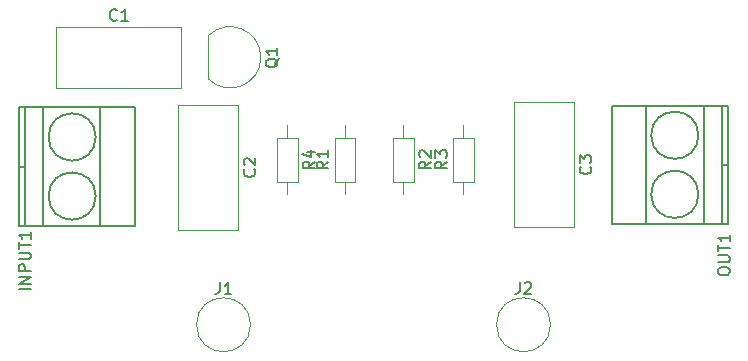
<source format=gbr>
G04 #@! TF.FileFunction,Legend,Top*
%FSLAX46Y46*%
G04 Gerber Fmt 4.6, Leading zero omitted, Abs format (unit mm)*
G04 Created by KiCad (PCBNEW 4.0.6) date 05/20/17 00:50:32*
%MOMM*%
%LPD*%
G01*
G04 APERTURE LIST*
%ADD10C,0.100000*%
%ADD11C,0.120000*%
%ADD12C,0.150000*%
G04 APERTURE END LIST*
D10*
D11*
X157226000Y-104140000D02*
G75*
G03X157226000Y-104140000I-2286000J0D01*
G01*
D12*
X112725000Y-90750000D02*
X112225000Y-90750000D01*
X118725000Y-93250000D02*
G75*
G03X118725000Y-93250000I-2000000J0D01*
G01*
X118725000Y-88250000D02*
G75*
G03X118725000Y-88250000I-2000000J0D01*
G01*
X114225000Y-85750000D02*
X114225000Y-95750000D01*
X119125000Y-85750000D02*
X119125000Y-95750000D01*
X112725000Y-85750000D02*
X112725000Y-95750000D01*
X112225000Y-85750000D02*
X112225000Y-95750000D01*
X112225000Y-95750000D02*
X122025000Y-95750000D01*
X122025000Y-95750000D02*
X122025000Y-85750000D01*
X122025000Y-85750000D02*
X112225000Y-85750000D01*
X171750000Y-90600000D02*
X172250000Y-90600000D01*
X169750000Y-88100000D02*
G75*
G03X169750000Y-88100000I-2000000J0D01*
G01*
X169750000Y-93100000D02*
G75*
G03X169750000Y-93100000I-2000000J0D01*
G01*
X170250000Y-95600000D02*
X170250000Y-85600000D01*
X165350000Y-95600000D02*
X165350000Y-85600000D01*
X171750000Y-95600000D02*
X171750000Y-85600000D01*
X172250000Y-95600000D02*
X172250000Y-85600000D01*
X172250000Y-85600000D02*
X162450000Y-85600000D01*
X162450000Y-85600000D02*
X162450000Y-95600000D01*
X162450000Y-95600000D02*
X172250000Y-95600000D01*
D11*
X128250000Y-79705000D02*
X128250000Y-83305000D01*
X128261522Y-79666522D02*
G75*
G02X132700000Y-81505000I1838478J-1838478D01*
G01*
X128261522Y-83343478D02*
G75*
G03X132700000Y-81505000I1838478J1838478D01*
G01*
X145640000Y-88310000D02*
X143920000Y-88310000D01*
X143920000Y-88310000D02*
X143920000Y-92030000D01*
X143920000Y-92030000D02*
X145640000Y-92030000D01*
X145640000Y-92030000D02*
X145640000Y-88310000D01*
X144780000Y-87240000D02*
X144780000Y-88310000D01*
X144780000Y-93100000D02*
X144780000Y-92030000D01*
X149000000Y-92030000D02*
X150720000Y-92030000D01*
X150720000Y-92030000D02*
X150720000Y-88310000D01*
X150720000Y-88310000D02*
X149000000Y-88310000D01*
X149000000Y-88310000D02*
X149000000Y-92030000D01*
X149860000Y-93100000D02*
X149860000Y-92030000D01*
X149860000Y-87240000D02*
X149860000Y-88310000D01*
X135810000Y-88310000D02*
X134090000Y-88310000D01*
X134090000Y-88310000D02*
X134090000Y-92030000D01*
X134090000Y-92030000D02*
X135810000Y-92030000D01*
X135810000Y-92030000D02*
X135810000Y-88310000D01*
X134950000Y-87240000D02*
X134950000Y-88310000D01*
X134950000Y-93100000D02*
X134950000Y-92030000D01*
X138965000Y-92030000D02*
X140685000Y-92030000D01*
X140685000Y-92030000D02*
X140685000Y-88310000D01*
X140685000Y-88310000D02*
X138965000Y-88310000D01*
X138965000Y-88310000D02*
X138965000Y-92030000D01*
X139825000Y-93100000D02*
X139825000Y-92030000D01*
X139825000Y-87240000D02*
X139825000Y-88310000D01*
X131826000Y-104140000D02*
G75*
G03X131826000Y-104140000I-2286000J0D01*
G01*
X115365000Y-78965000D02*
X125985000Y-78965000D01*
X115365000Y-84085000D02*
X125985000Y-84085000D01*
X115365000Y-78965000D02*
X115365000Y-84085000D01*
X125985000Y-78965000D02*
X125985000Y-84085000D01*
X130785000Y-85515000D02*
X130785000Y-96135000D01*
X125665000Y-85515000D02*
X125665000Y-96135000D01*
X130785000Y-85515000D02*
X125665000Y-85515000D01*
X130785000Y-96135000D02*
X125665000Y-96135000D01*
X159235000Y-85290000D02*
X159235000Y-95910000D01*
X154115000Y-85290000D02*
X154115000Y-95910000D01*
X159235000Y-85290000D02*
X154115000Y-85290000D01*
X159235000Y-95910000D02*
X154115000Y-95910000D01*
D12*
X154606667Y-100544381D02*
X154606667Y-101258667D01*
X154559047Y-101401524D01*
X154463809Y-101496762D01*
X154320952Y-101544381D01*
X154225714Y-101544381D01*
X155035238Y-100639619D02*
X155082857Y-100592000D01*
X155178095Y-100544381D01*
X155416191Y-100544381D01*
X155511429Y-100592000D01*
X155559048Y-100639619D01*
X155606667Y-100734857D01*
X155606667Y-100830095D01*
X155559048Y-100972952D01*
X154987619Y-101544381D01*
X155606667Y-101544381D01*
X113202381Y-101129762D02*
X112202381Y-101129762D01*
X113202381Y-100653572D02*
X112202381Y-100653572D01*
X113202381Y-100082143D01*
X112202381Y-100082143D01*
X113202381Y-99605953D02*
X112202381Y-99605953D01*
X112202381Y-99225000D01*
X112250000Y-99129762D01*
X112297619Y-99082143D01*
X112392857Y-99034524D01*
X112535714Y-99034524D01*
X112630952Y-99082143D01*
X112678571Y-99129762D01*
X112726190Y-99225000D01*
X112726190Y-99605953D01*
X112202381Y-98605953D02*
X113011905Y-98605953D01*
X113107143Y-98558334D01*
X113154762Y-98510715D01*
X113202381Y-98415477D01*
X113202381Y-98225000D01*
X113154762Y-98129762D01*
X113107143Y-98082143D01*
X113011905Y-98034524D01*
X112202381Y-98034524D01*
X112202381Y-97701191D02*
X112202381Y-97129762D01*
X113202381Y-97415477D02*
X112202381Y-97415477D01*
X113202381Y-96272619D02*
X113202381Y-96844048D01*
X113202381Y-96558334D02*
X112202381Y-96558334D01*
X112345238Y-96653572D01*
X112440476Y-96748810D01*
X112488095Y-96844048D01*
X171402381Y-99701191D02*
X171402381Y-99510714D01*
X171450000Y-99415476D01*
X171545238Y-99320238D01*
X171735714Y-99272619D01*
X172069048Y-99272619D01*
X172259524Y-99320238D01*
X172354762Y-99415476D01*
X172402381Y-99510714D01*
X172402381Y-99701191D01*
X172354762Y-99796429D01*
X172259524Y-99891667D01*
X172069048Y-99939286D01*
X171735714Y-99939286D01*
X171545238Y-99891667D01*
X171450000Y-99796429D01*
X171402381Y-99701191D01*
X171402381Y-98844048D02*
X172211905Y-98844048D01*
X172307143Y-98796429D01*
X172354762Y-98748810D01*
X172402381Y-98653572D01*
X172402381Y-98463095D01*
X172354762Y-98367857D01*
X172307143Y-98320238D01*
X172211905Y-98272619D01*
X171402381Y-98272619D01*
X171402381Y-97939286D02*
X171402381Y-97367857D01*
X172402381Y-97653572D02*
X171402381Y-97653572D01*
X172402381Y-96510714D02*
X172402381Y-97082143D01*
X172402381Y-96796429D02*
X171402381Y-96796429D01*
X171545238Y-96891667D01*
X171640476Y-96986905D01*
X171688095Y-97082143D01*
X134207619Y-81600238D02*
X134160000Y-81695476D01*
X134064762Y-81790714D01*
X133921905Y-81933571D01*
X133874286Y-82028810D01*
X133874286Y-82124048D01*
X134112381Y-82076429D02*
X134064762Y-82171667D01*
X133969524Y-82266905D01*
X133779048Y-82314524D01*
X133445714Y-82314524D01*
X133255238Y-82266905D01*
X133160000Y-82171667D01*
X133112381Y-82076429D01*
X133112381Y-81885952D01*
X133160000Y-81790714D01*
X133255238Y-81695476D01*
X133445714Y-81647857D01*
X133779048Y-81647857D01*
X133969524Y-81695476D01*
X134064762Y-81790714D01*
X134112381Y-81885952D01*
X134112381Y-82076429D01*
X134112381Y-80695476D02*
X134112381Y-81266905D01*
X134112381Y-80981191D02*
X133112381Y-80981191D01*
X133255238Y-81076429D01*
X133350476Y-81171667D01*
X133398095Y-81266905D01*
X147092381Y-90336666D02*
X146616190Y-90670000D01*
X147092381Y-90908095D02*
X146092381Y-90908095D01*
X146092381Y-90527142D01*
X146140000Y-90431904D01*
X146187619Y-90384285D01*
X146282857Y-90336666D01*
X146425714Y-90336666D01*
X146520952Y-90384285D01*
X146568571Y-90431904D01*
X146616190Y-90527142D01*
X146616190Y-90908095D01*
X146187619Y-89955714D02*
X146140000Y-89908095D01*
X146092381Y-89812857D01*
X146092381Y-89574761D01*
X146140000Y-89479523D01*
X146187619Y-89431904D01*
X146282857Y-89384285D01*
X146378095Y-89384285D01*
X146520952Y-89431904D01*
X147092381Y-90003333D01*
X147092381Y-89384285D01*
X148452381Y-90336666D02*
X147976190Y-90670000D01*
X148452381Y-90908095D02*
X147452381Y-90908095D01*
X147452381Y-90527142D01*
X147500000Y-90431904D01*
X147547619Y-90384285D01*
X147642857Y-90336666D01*
X147785714Y-90336666D01*
X147880952Y-90384285D01*
X147928571Y-90431904D01*
X147976190Y-90527142D01*
X147976190Y-90908095D01*
X147452381Y-90003333D02*
X147452381Y-89384285D01*
X147833333Y-89717619D01*
X147833333Y-89574761D01*
X147880952Y-89479523D01*
X147928571Y-89431904D01*
X148023810Y-89384285D01*
X148261905Y-89384285D01*
X148357143Y-89431904D01*
X148404762Y-89479523D01*
X148452381Y-89574761D01*
X148452381Y-89860476D01*
X148404762Y-89955714D01*
X148357143Y-90003333D01*
X137262381Y-90336666D02*
X136786190Y-90670000D01*
X137262381Y-90908095D02*
X136262381Y-90908095D01*
X136262381Y-90527142D01*
X136310000Y-90431904D01*
X136357619Y-90384285D01*
X136452857Y-90336666D01*
X136595714Y-90336666D01*
X136690952Y-90384285D01*
X136738571Y-90431904D01*
X136786190Y-90527142D01*
X136786190Y-90908095D01*
X136595714Y-89479523D02*
X137262381Y-89479523D01*
X136214762Y-89717619D02*
X136929048Y-89955714D01*
X136929048Y-89336666D01*
X138417381Y-90336666D02*
X137941190Y-90670000D01*
X138417381Y-90908095D02*
X137417381Y-90908095D01*
X137417381Y-90527142D01*
X137465000Y-90431904D01*
X137512619Y-90384285D01*
X137607857Y-90336666D01*
X137750714Y-90336666D01*
X137845952Y-90384285D01*
X137893571Y-90431904D01*
X137941190Y-90527142D01*
X137941190Y-90908095D01*
X138417381Y-89384285D02*
X138417381Y-89955714D01*
X138417381Y-89670000D02*
X137417381Y-89670000D01*
X137560238Y-89765238D01*
X137655476Y-89860476D01*
X137703095Y-89955714D01*
X129206667Y-100544381D02*
X129206667Y-101258667D01*
X129159047Y-101401524D01*
X129063809Y-101496762D01*
X128920952Y-101544381D01*
X128825714Y-101544381D01*
X130206667Y-101544381D02*
X129635238Y-101544381D01*
X129920952Y-101544381D02*
X129920952Y-100544381D01*
X129825714Y-100687238D01*
X129730476Y-100782476D01*
X129635238Y-100830095D01*
X120508334Y-78322143D02*
X120460715Y-78369762D01*
X120317858Y-78417381D01*
X120222620Y-78417381D01*
X120079762Y-78369762D01*
X119984524Y-78274524D01*
X119936905Y-78179286D01*
X119889286Y-77988810D01*
X119889286Y-77845952D01*
X119936905Y-77655476D01*
X119984524Y-77560238D01*
X120079762Y-77465000D01*
X120222620Y-77417381D01*
X120317858Y-77417381D01*
X120460715Y-77465000D01*
X120508334Y-77512619D01*
X121460715Y-78417381D02*
X120889286Y-78417381D01*
X121175000Y-78417381D02*
X121175000Y-77417381D01*
X121079762Y-77560238D01*
X120984524Y-77655476D01*
X120889286Y-77703095D01*
X132142143Y-90991666D02*
X132189762Y-91039285D01*
X132237381Y-91182142D01*
X132237381Y-91277380D01*
X132189762Y-91420238D01*
X132094524Y-91515476D01*
X131999286Y-91563095D01*
X131808810Y-91610714D01*
X131665952Y-91610714D01*
X131475476Y-91563095D01*
X131380238Y-91515476D01*
X131285000Y-91420238D01*
X131237381Y-91277380D01*
X131237381Y-91182142D01*
X131285000Y-91039285D01*
X131332619Y-90991666D01*
X131332619Y-90610714D02*
X131285000Y-90563095D01*
X131237381Y-90467857D01*
X131237381Y-90229761D01*
X131285000Y-90134523D01*
X131332619Y-90086904D01*
X131427857Y-90039285D01*
X131523095Y-90039285D01*
X131665952Y-90086904D01*
X132237381Y-90658333D01*
X132237381Y-90039285D01*
X160592143Y-90766666D02*
X160639762Y-90814285D01*
X160687381Y-90957142D01*
X160687381Y-91052380D01*
X160639762Y-91195238D01*
X160544524Y-91290476D01*
X160449286Y-91338095D01*
X160258810Y-91385714D01*
X160115952Y-91385714D01*
X159925476Y-91338095D01*
X159830238Y-91290476D01*
X159735000Y-91195238D01*
X159687381Y-91052380D01*
X159687381Y-90957142D01*
X159735000Y-90814285D01*
X159782619Y-90766666D01*
X159687381Y-90433333D02*
X159687381Y-89814285D01*
X160068333Y-90147619D01*
X160068333Y-90004761D01*
X160115952Y-89909523D01*
X160163571Y-89861904D01*
X160258810Y-89814285D01*
X160496905Y-89814285D01*
X160592143Y-89861904D01*
X160639762Y-89909523D01*
X160687381Y-90004761D01*
X160687381Y-90290476D01*
X160639762Y-90385714D01*
X160592143Y-90433333D01*
M02*

</source>
